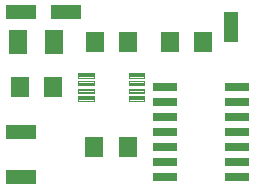
<source format=gtp>
G04 EAGLE Gerber RS-274X export*
G75*
%MOMM*%
%FSLAX34Y34*%
%LPD*%
%INTop Paste*%
%IPPOS*%
%AMOC8*
5,1,8,0,0,1.08239X$1,22.5*%
G01*
%ADD10R,1.500000X2.000000*%
%ADD11R,1.600000X1.800000*%
%ADD12R,1.270000X2.540000*%
%ADD13R,2.540000X1.270000*%
%ADD14R,2.032000X0.660400*%
%ADD15R,1.600000X1.803000*%
%ADD16C,0.120000*%


D10*
X53100Y139700D03*
X23100Y139700D03*
D11*
X52100Y101600D03*
X24100Y101600D03*
D12*
X203200Y152400D03*
D13*
X25400Y165100D03*
X25400Y63500D03*
D14*
X147066Y101600D03*
X208534Y101600D03*
X147066Y88900D03*
X147066Y76200D03*
X208534Y88900D03*
X208534Y76200D03*
X147066Y63500D03*
X208534Y63500D03*
X147066Y50800D03*
X147066Y38100D03*
X208534Y50800D03*
X208534Y38100D03*
X147066Y25400D03*
X208534Y25400D03*
D11*
X87600Y139700D03*
X115600Y139700D03*
X151100Y139700D03*
X179100Y139700D03*
D15*
X87380Y50800D03*
X115820Y50800D03*
D16*
X116350Y93650D02*
X129850Y93650D01*
X129850Y90050D01*
X116350Y90050D01*
X116350Y93650D01*
X116350Y91190D02*
X129850Y91190D01*
X129850Y92330D02*
X116350Y92330D01*
X116350Y93470D02*
X129850Y93470D01*
X129850Y100150D02*
X116350Y100150D01*
X129850Y100150D02*
X129850Y96550D01*
X116350Y96550D01*
X116350Y100150D01*
X116350Y97690D02*
X129850Y97690D01*
X129850Y98830D02*
X116350Y98830D01*
X116350Y99970D02*
X129850Y99970D01*
X129850Y106650D02*
X116350Y106650D01*
X129850Y106650D02*
X129850Y103050D01*
X116350Y103050D01*
X116350Y106650D01*
X116350Y104190D02*
X129850Y104190D01*
X129850Y105330D02*
X116350Y105330D01*
X116350Y106470D02*
X129850Y106470D01*
X129850Y113150D02*
X116350Y113150D01*
X129850Y113150D02*
X129850Y109550D01*
X116350Y109550D01*
X116350Y113150D01*
X116350Y110690D02*
X129850Y110690D01*
X129850Y111830D02*
X116350Y111830D01*
X116350Y112970D02*
X129850Y112970D01*
X86850Y113150D02*
X73350Y113150D01*
X86850Y113150D02*
X86850Y109550D01*
X73350Y109550D01*
X73350Y113150D01*
X73350Y110690D02*
X86850Y110690D01*
X86850Y111830D02*
X73350Y111830D01*
X73350Y112970D02*
X86850Y112970D01*
X86850Y106650D02*
X73350Y106650D01*
X86850Y106650D02*
X86850Y103050D01*
X73350Y103050D01*
X73350Y106650D01*
X73350Y104190D02*
X86850Y104190D01*
X86850Y105330D02*
X73350Y105330D01*
X73350Y106470D02*
X86850Y106470D01*
X86850Y100150D02*
X73350Y100150D01*
X86850Y100150D02*
X86850Y96550D01*
X73350Y96550D01*
X73350Y100150D01*
X73350Y97690D02*
X86850Y97690D01*
X86850Y98830D02*
X73350Y98830D01*
X73350Y99970D02*
X86850Y99970D01*
X86850Y93650D02*
X73350Y93650D01*
X86850Y93650D02*
X86850Y90050D01*
X73350Y90050D01*
X73350Y93650D01*
X73350Y91190D02*
X86850Y91190D01*
X86850Y92330D02*
X73350Y92330D01*
X73350Y93470D02*
X86850Y93470D01*
D13*
X63500Y165100D03*
X25400Y25400D03*
M02*

</source>
